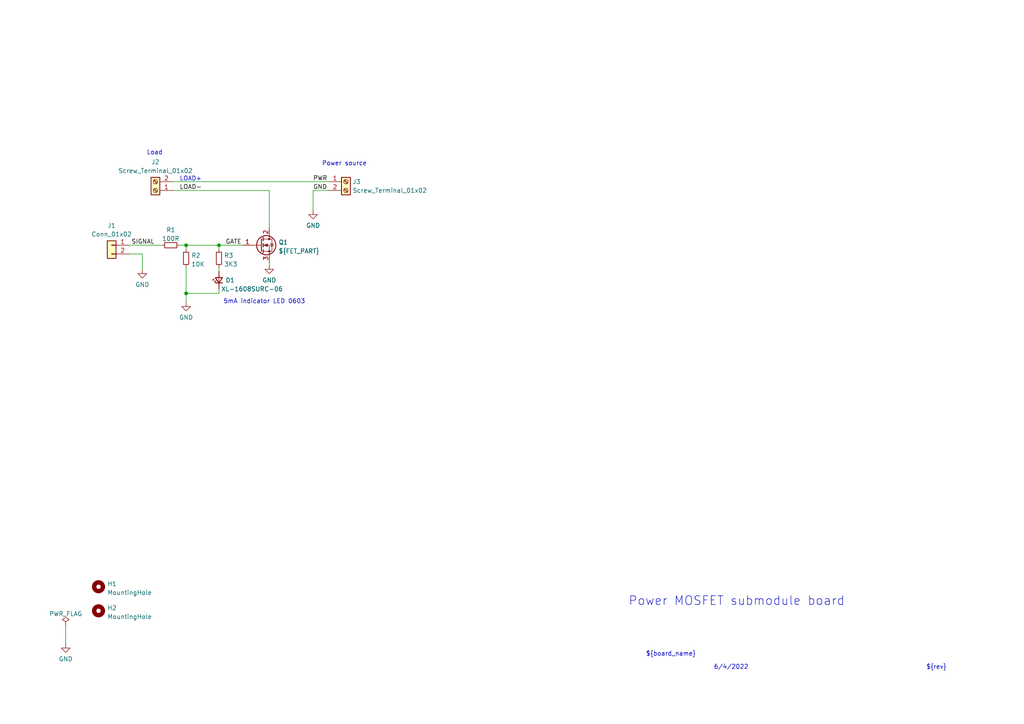
<source format=kicad_sch>
(kicad_sch (version 20211123) (generator eeschema)

  (uuid f2bd9571-944e-4c65-a43a-b6fc1dfb52f6)

  (paper "A4")

  (lib_symbols
    (symbol "Connector:Screw_Terminal_01x02" (pin_names (offset 1.016) hide) (in_bom yes) (on_board yes)
      (property "Reference" "J" (id 0) (at 0 2.54 0)
        (effects (font (size 1.27 1.27)))
      )
      (property "Value" "Screw_Terminal_01x02" (id 1) (at 0 -5.08 0)
        (effects (font (size 1.27 1.27)))
      )
      (property "Footprint" "" (id 2) (at 0 0 0)
        (effects (font (size 1.27 1.27)) hide)
      )
      (property "Datasheet" "~" (id 3) (at 0 0 0)
        (effects (font (size 1.27 1.27)) hide)
      )
      (property "ki_keywords" "screw terminal" (id 4) (at 0 0 0)
        (effects (font (size 1.27 1.27)) hide)
      )
      (property "ki_description" "Generic screw terminal, single row, 01x02, script generated (kicad-library-utils/schlib/autogen/connector/)" (id 5) (at 0 0 0)
        (effects (font (size 1.27 1.27)) hide)
      )
      (property "ki_fp_filters" "TerminalBlock*:*" (id 6) (at 0 0 0)
        (effects (font (size 1.27 1.27)) hide)
      )
      (symbol "Screw_Terminal_01x02_1_1"
        (rectangle (start -1.27 1.27) (end 1.27 -3.81)
          (stroke (width 0.254) (type default) (color 0 0 0 0))
          (fill (type background))
        )
        (circle (center 0 -2.54) (radius 0.635)
          (stroke (width 0.1524) (type default) (color 0 0 0 0))
          (fill (type none))
        )
        (polyline
          (pts
            (xy -0.5334 -2.2098)
            (xy 0.3302 -3.048)
          )
          (stroke (width 0.1524) (type default) (color 0 0 0 0))
          (fill (type none))
        )
        (polyline
          (pts
            (xy -0.5334 0.3302)
            (xy 0.3302 -0.508)
          )
          (stroke (width 0.1524) (type default) (color 0 0 0 0))
          (fill (type none))
        )
        (polyline
          (pts
            (xy -0.3556 -2.032)
            (xy 0.508 -2.8702)
          )
          (stroke (width 0.1524) (type default) (color 0 0 0 0))
          (fill (type none))
        )
        (polyline
          (pts
            (xy -0.3556 0.508)
            (xy 0.508 -0.3302)
          )
          (stroke (width 0.1524) (type default) (color 0 0 0 0))
          (fill (type none))
        )
        (circle (center 0 0) (radius 0.635)
          (stroke (width 0.1524) (type default) (color 0 0 0 0))
          (fill (type none))
        )
        (pin passive line (at -5.08 0 0) (length 3.81)
          (name "Pin_1" (effects (font (size 1.27 1.27))))
          (number "1" (effects (font (size 1.27 1.27))))
        )
        (pin passive line (at -5.08 -2.54 0) (length 3.81)
          (name "Pin_2" (effects (font (size 1.27 1.27))))
          (number "2" (effects (font (size 1.27 1.27))))
        )
      )
    )
    (symbol "Connector_Generic:Conn_01x02" (pin_names (offset 1.016) hide) (in_bom yes) (on_board yes)
      (property "Reference" "J" (id 0) (at 0 2.54 0)
        (effects (font (size 1.27 1.27)))
      )
      (property "Value" "Conn_01x02" (id 1) (at 0 -5.08 0)
        (effects (font (size 1.27 1.27)))
      )
      (property "Footprint" "" (id 2) (at 0 0 0)
        (effects (font (size 1.27 1.27)) hide)
      )
      (property "Datasheet" "~" (id 3) (at 0 0 0)
        (effects (font (size 1.27 1.27)) hide)
      )
      (property "ki_keywords" "connector" (id 4) (at 0 0 0)
        (effects (font (size 1.27 1.27)) hide)
      )
      (property "ki_description" "Generic connector, single row, 01x02, script generated (kicad-library-utils/schlib/autogen/connector/)" (id 5) (at 0 0 0)
        (effects (font (size 1.27 1.27)) hide)
      )
      (property "ki_fp_filters" "Connector*:*_1x??_*" (id 6) (at 0 0 0)
        (effects (font (size 1.27 1.27)) hide)
      )
      (symbol "Conn_01x02_1_1"
        (rectangle (start -1.27 -2.413) (end 0 -2.667)
          (stroke (width 0.1524) (type default) (color 0 0 0 0))
          (fill (type none))
        )
        (rectangle (start -1.27 0.127) (end 0 -0.127)
          (stroke (width 0.1524) (type default) (color 0 0 0 0))
          (fill (type none))
        )
        (rectangle (start -1.27 1.27) (end 1.27 -3.81)
          (stroke (width 0.254) (type default) (color 0 0 0 0))
          (fill (type background))
        )
        (pin passive line (at -5.08 0 0) (length 3.81)
          (name "Pin_1" (effects (font (size 1.27 1.27))))
          (number "1" (effects (font (size 1.27 1.27))))
        )
        (pin passive line (at -5.08 -2.54 0) (length 3.81)
          (name "Pin_2" (effects (font (size 1.27 1.27))))
          (number "2" (effects (font (size 1.27 1.27))))
        )
      )
    )
    (symbol "Device:LED_Small" (pin_numbers hide) (pin_names (offset 0.254) hide) (in_bom yes) (on_board yes)
      (property "Reference" "D" (id 0) (at -1.27 3.175 0)
        (effects (font (size 1.27 1.27)) (justify left))
      )
      (property "Value" "LED_Small" (id 1) (at -4.445 -2.54 0)
        (effects (font (size 1.27 1.27)) (justify left))
      )
      (property "Footprint" "" (id 2) (at 0 0 90)
        (effects (font (size 1.27 1.27)) hide)
      )
      (property "Datasheet" "~" (id 3) (at 0 0 90)
        (effects (font (size 1.27 1.27)) hide)
      )
      (property "ki_keywords" "LED diode light-emitting-diode" (id 4) (at 0 0 0)
        (effects (font (size 1.27 1.27)) hide)
      )
      (property "ki_description" "Light emitting diode, small symbol" (id 5) (at 0 0 0)
        (effects (font (size 1.27 1.27)) hide)
      )
      (property "ki_fp_filters" "LED* LED_SMD:* LED_THT:*" (id 6) (at 0 0 0)
        (effects (font (size 1.27 1.27)) hide)
      )
      (symbol "LED_Small_0_1"
        (polyline
          (pts
            (xy -0.762 -1.016)
            (xy -0.762 1.016)
          )
          (stroke (width 0.254) (type default) (color 0 0 0 0))
          (fill (type none))
        )
        (polyline
          (pts
            (xy 1.016 0)
            (xy -0.762 0)
          )
          (stroke (width 0) (type default) (color 0 0 0 0))
          (fill (type none))
        )
        (polyline
          (pts
            (xy 0.762 -1.016)
            (xy -0.762 0)
            (xy 0.762 1.016)
            (xy 0.762 -1.016)
          )
          (stroke (width 0.254) (type default) (color 0 0 0 0))
          (fill (type none))
        )
        (polyline
          (pts
            (xy 0 0.762)
            (xy -0.508 1.27)
            (xy -0.254 1.27)
            (xy -0.508 1.27)
            (xy -0.508 1.016)
          )
          (stroke (width 0) (type default) (color 0 0 0 0))
          (fill (type none))
        )
        (polyline
          (pts
            (xy 0.508 1.27)
            (xy 0 1.778)
            (xy 0.254 1.778)
            (xy 0 1.778)
            (xy 0 1.524)
          )
          (stroke (width 0) (type default) (color 0 0 0 0))
          (fill (type none))
        )
      )
      (symbol "LED_Small_1_1"
        (pin passive line (at -2.54 0 0) (length 1.778)
          (name "K" (effects (font (size 1.27 1.27))))
          (number "1" (effects (font (size 1.27 1.27))))
        )
        (pin passive line (at 2.54 0 180) (length 1.778)
          (name "A" (effects (font (size 1.27 1.27))))
          (number "2" (effects (font (size 1.27 1.27))))
        )
      )
    )
    (symbol "Device:Q_NMOS_GDS" (pin_names (offset 0) hide) (in_bom yes) (on_board yes)
      (property "Reference" "Q" (id 0) (at 5.08 1.27 0)
        (effects (font (size 1.27 1.27)) (justify left))
      )
      (property "Value" "Q_NMOS_GDS" (id 1) (at 5.08 -1.27 0)
        (effects (font (size 1.27 1.27)) (justify left))
      )
      (property "Footprint" "" (id 2) (at 5.08 2.54 0)
        (effects (font (size 1.27 1.27)) hide)
      )
      (property "Datasheet" "~" (id 3) (at 0 0 0)
        (effects (font (size 1.27 1.27)) hide)
      )
      (property "ki_keywords" "transistor NMOS N-MOS N-MOSFET" (id 4) (at 0 0 0)
        (effects (font (size 1.27 1.27)) hide)
      )
      (property "ki_description" "N-MOSFET transistor, gate/drain/source" (id 5) (at 0 0 0)
        (effects (font (size 1.27 1.27)) hide)
      )
      (symbol "Q_NMOS_GDS_0_1"
        (polyline
          (pts
            (xy 0.254 0)
            (xy -2.54 0)
          )
          (stroke (width 0) (type default) (color 0 0 0 0))
          (fill (type none))
        )
        (polyline
          (pts
            (xy 0.254 1.905)
            (xy 0.254 -1.905)
          )
          (stroke (width 0.254) (type default) (color 0 0 0 0))
          (fill (type none))
        )
        (polyline
          (pts
            (xy 0.762 -1.27)
            (xy 0.762 -2.286)
          )
          (stroke (width 0.254) (type default) (color 0 0 0 0))
          (fill (type none))
        )
        (polyline
          (pts
            (xy 0.762 0.508)
            (xy 0.762 -0.508)
          )
          (stroke (width 0.254) (type default) (color 0 0 0 0))
          (fill (type none))
        )
        (polyline
          (pts
            (xy 0.762 2.286)
            (xy 0.762 1.27)
          )
          (stroke (width 0.254) (type default) (color 0 0 0 0))
          (fill (type none))
        )
        (polyline
          (pts
            (xy 2.54 2.54)
            (xy 2.54 1.778)
          )
          (stroke (width 0) (type default) (color 0 0 0 0))
          (fill (type none))
        )
        (polyline
          (pts
            (xy 2.54 -2.54)
            (xy 2.54 0)
            (xy 0.762 0)
          )
          (stroke (width 0) (type default) (color 0 0 0 0))
          (fill (type none))
        )
        (polyline
          (pts
            (xy 0.762 -1.778)
            (xy 3.302 -1.778)
            (xy 3.302 1.778)
            (xy 0.762 1.778)
          )
          (stroke (width 0) (type default) (color 0 0 0 0))
          (fill (type none))
        )
        (polyline
          (pts
            (xy 1.016 0)
            (xy 2.032 0.381)
            (xy 2.032 -0.381)
            (xy 1.016 0)
          )
          (stroke (width 0) (type default) (color 0 0 0 0))
          (fill (type outline))
        )
        (polyline
          (pts
            (xy 2.794 0.508)
            (xy 2.921 0.381)
            (xy 3.683 0.381)
            (xy 3.81 0.254)
          )
          (stroke (width 0) (type default) (color 0 0 0 0))
          (fill (type none))
        )
        (polyline
          (pts
            (xy 3.302 0.381)
            (xy 2.921 -0.254)
            (xy 3.683 -0.254)
            (xy 3.302 0.381)
          )
          (stroke (width 0) (type default) (color 0 0 0 0))
          (fill (type none))
        )
        (circle (center 1.651 0) (radius 2.794)
          (stroke (width 0.254) (type default) (color 0 0 0 0))
          (fill (type none))
        )
        (circle (center 2.54 -1.778) (radius 0.254)
          (stroke (width 0) (type default) (color 0 0 0 0))
          (fill (type outline))
        )
        (circle (center 2.54 1.778) (radius 0.254)
          (stroke (width 0) (type default) (color 0 0 0 0))
          (fill (type outline))
        )
      )
      (symbol "Q_NMOS_GDS_1_1"
        (pin input line (at -5.08 0 0) (length 2.54)
          (name "G" (effects (font (size 1.27 1.27))))
          (number "1" (effects (font (size 1.27 1.27))))
        )
        (pin passive line (at 2.54 5.08 270) (length 2.54)
          (name "D" (effects (font (size 1.27 1.27))))
          (number "2" (effects (font (size 1.27 1.27))))
        )
        (pin passive line (at 2.54 -5.08 90) (length 2.54)
          (name "S" (effects (font (size 1.27 1.27))))
          (number "3" (effects (font (size 1.27 1.27))))
        )
      )
    )
    (symbol "Device:R_Small" (pin_numbers hide) (pin_names (offset 0.254) hide) (in_bom yes) (on_board yes)
      (property "Reference" "R" (id 0) (at 0.762 0.508 0)
        (effects (font (size 1.27 1.27)) (justify left))
      )
      (property "Value" "R_Small" (id 1) (at 0.762 -1.016 0)
        (effects (font (size 1.27 1.27)) (justify left))
      )
      (property "Footprint" "" (id 2) (at 0 0 0)
        (effects (font (size 1.27 1.27)) hide)
      )
      (property "Datasheet" "~" (id 3) (at 0 0 0)
        (effects (font (size 1.27 1.27)) hide)
      )
      (property "ki_keywords" "R resistor" (id 4) (at 0 0 0)
        (effects (font (size 1.27 1.27)) hide)
      )
      (property "ki_description" "Resistor, small symbol" (id 5) (at 0 0 0)
        (effects (font (size 1.27 1.27)) hide)
      )
      (property "ki_fp_filters" "R_*" (id 6) (at 0 0 0)
        (effects (font (size 1.27 1.27)) hide)
      )
      (symbol "R_Small_0_1"
        (rectangle (start -0.762 1.778) (end 0.762 -1.778)
          (stroke (width 0.2032) (type default) (color 0 0 0 0))
          (fill (type none))
        )
      )
      (symbol "R_Small_1_1"
        (pin passive line (at 0 2.54 270) (length 0.762)
          (name "~" (effects (font (size 1.27 1.27))))
          (number "1" (effects (font (size 1.27 1.27))))
        )
        (pin passive line (at 0 -2.54 90) (length 0.762)
          (name "~" (effects (font (size 1.27 1.27))))
          (number "2" (effects (font (size 1.27 1.27))))
        )
      )
    )
    (symbol "Mechanical:MountingHole" (pin_names (offset 1.016)) (in_bom yes) (on_board yes)
      (property "Reference" "H" (id 0) (at 0 5.08 0)
        (effects (font (size 1.27 1.27)))
      )
      (property "Value" "MountingHole" (id 1) (at 0 3.175 0)
        (effects (font (size 1.27 1.27)))
      )
      (property "Footprint" "" (id 2) (at 0 0 0)
        (effects (font (size 1.27 1.27)) hide)
      )
      (property "Datasheet" "~" (id 3) (at 0 0 0)
        (effects (font (size 1.27 1.27)) hide)
      )
      (property "ki_keywords" "mounting hole" (id 4) (at 0 0 0)
        (effects (font (size 1.27 1.27)) hide)
      )
      (property "ki_description" "Mounting Hole without connection" (id 5) (at 0 0 0)
        (effects (font (size 1.27 1.27)) hide)
      )
      (property "ki_fp_filters" "MountingHole*" (id 6) (at 0 0 0)
        (effects (font (size 1.27 1.27)) hide)
      )
      (symbol "MountingHole_0_1"
        (circle (center 0 0) (radius 1.27)
          (stroke (width 1.27) (type default) (color 0 0 0 0))
          (fill (type none))
        )
      )
    )
    (symbol "power:GND" (power) (pin_names (offset 0)) (in_bom yes) (on_board yes)
      (property "Reference" "#PWR" (id 0) (at 0 -6.35 0)
        (effects (font (size 1.27 1.27)) hide)
      )
      (property "Value" "GND" (id 1) (at 0 -3.81 0)
        (effects (font (size 1.27 1.27)))
      )
      (property "Footprint" "" (id 2) (at 0 0 0)
        (effects (font (size 1.27 1.27)) hide)
      )
      (property "Datasheet" "" (id 3) (at 0 0 0)
        (effects (font (size 1.27 1.27)) hide)
      )
      (property "ki_keywords" "power-flag" (id 4) (at 0 0 0)
        (effects (font (size 1.27 1.27)) hide)
      )
      (property "ki_description" "Power symbol creates a global label with name \"GND\" , ground" (id 5) (at 0 0 0)
        (effects (font (size 1.27 1.27)) hide)
      )
      (symbol "GND_0_1"
        (polyline
          (pts
            (xy 0 0)
            (xy 0 -1.27)
            (xy 1.27 -1.27)
            (xy 0 -2.54)
            (xy -1.27 -1.27)
            (xy 0 -1.27)
          )
          (stroke (width 0) (type default) (color 0 0 0 0))
          (fill (type none))
        )
      )
      (symbol "GND_1_1"
        (pin power_in line (at 0 0 270) (length 0) hide
          (name "GND" (effects (font (size 1.27 1.27))))
          (number "1" (effects (font (size 1.27 1.27))))
        )
      )
    )
    (symbol "power:PWR_FLAG" (power) (pin_numbers hide) (pin_names (offset 0) hide) (in_bom yes) (on_board yes)
      (property "Reference" "#FLG" (id 0) (at 0 1.905 0)
        (effects (font (size 1.27 1.27)) hide)
      )
      (property "Value" "PWR_FLAG" (id 1) (at 0 3.81 0)
        (effects (font (size 1.27 1.27)))
      )
      (property "Footprint" "" (id 2) (at 0 0 0)
        (effects (font (size 1.27 1.27)) hide)
      )
      (property "Datasheet" "~" (id 3) (at 0 0 0)
        (effects (font (size 1.27 1.27)) hide)
      )
      (property "ki_keywords" "power-flag" (id 4) (at 0 0 0)
        (effects (font (size 1.27 1.27)) hide)
      )
      (property "ki_description" "Special symbol for telling ERC where power comes from" (id 5) (at 0 0 0)
        (effects (font (size 1.27 1.27)) hide)
      )
      (symbol "PWR_FLAG_0_0"
        (pin power_out line (at 0 0 90) (length 0)
          (name "pwr" (effects (font (size 1.27 1.27))))
          (number "1" (effects (font (size 1.27 1.27))))
        )
      )
      (symbol "PWR_FLAG_0_1"
        (polyline
          (pts
            (xy 0 0)
            (xy 0 1.27)
            (xy -1.016 1.905)
            (xy 0 2.54)
            (xy 1.016 1.905)
            (xy 0 1.27)
          )
          (stroke (width 0) (type default) (color 0 0 0 0))
          (fill (type none))
        )
      )
    )
  )

  (junction (at 53.975 85.09) (diameter 0) (color 0 0 0 0)
    (uuid 18bf9593-f9b5-4d87-95f6-12644c7db33f)
  )
  (junction (at 53.975 71.12) (diameter 0) (color 0 0 0 0)
    (uuid 2e90d0a7-f381-42e7-8715-07ab61da888d)
  )
  (junction (at 63.5 71.12) (diameter 0) (color 0 0 0 0)
    (uuid e28c70f6-ab44-4cce-851d-ec36f50f216d)
  )

  (wire (pts (xy 53.975 77.47) (xy 53.975 85.09))
    (stroke (width 0) (type default) (color 0 0 0 0))
    (uuid 0317db9a-d034-4775-94bb-d6562a9bdfbf)
  )
  (wire (pts (xy 78.105 66.04) (xy 78.105 55.245))
    (stroke (width 0) (type default) (color 0 0 0 0))
    (uuid 0364d578-0b73-4ee7-8635-82c8d3236011)
  )
  (wire (pts (xy 78.105 76.2) (xy 78.105 76.835))
    (stroke (width 0) (type default) (color 0 0 0 0))
    (uuid 057dc31e-10ed-43b4-85c9-bb4ab856c702)
  )
  (wire (pts (xy 37.465 71.12) (xy 46.99 71.12))
    (stroke (width 0) (type default) (color 0 0 0 0))
    (uuid 06309c45-6c44-4c05-a7e4-0b73e6ade9d7)
  )
  (wire (pts (xy 90.805 55.245) (xy 90.805 60.96))
    (stroke (width 0) (type default) (color 0 0 0 0))
    (uuid 17a6564e-f51d-48e8-93a8-9faf5b441227)
  )
  (wire (pts (xy 41.275 73.66) (xy 41.275 78.105))
    (stroke (width 0) (type default) (color 0 0 0 0))
    (uuid 1aa88493-66ad-402c-8880-b456f53028a1)
  )
  (wire (pts (xy 63.5 83.82) (xy 63.5 85.09))
    (stroke (width 0) (type default) (color 0 0 0 0))
    (uuid 23cdb0b0-7a81-445b-ac52-5ab32104daec)
  )
  (wire (pts (xy 53.975 71.12) (xy 63.5 71.12))
    (stroke (width 0) (type default) (color 0 0 0 0))
    (uuid 34e70a82-c9c4-41d2-af46-b0fbd3f280fb)
  )
  (wire (pts (xy 63.5 71.12) (xy 63.5 72.39))
    (stroke (width 0) (type default) (color 0 0 0 0))
    (uuid 3d6e5dd0-8224-42f9-8a99-04d8823e19e3)
  )
  (wire (pts (xy 63.5 85.09) (xy 53.975 85.09))
    (stroke (width 0) (type default) (color 0 0 0 0))
    (uuid 4f117a93-936e-4cca-be47-b7b6ac161b99)
  )
  (wire (pts (xy 63.5 71.12) (xy 70.485 71.12))
    (stroke (width 0) (type default) (color 0 0 0 0))
    (uuid 5031d829-ea09-4115-ae0c-4ea6bf22bfc5)
  )
  (wire (pts (xy 50.165 52.705) (xy 95.25 52.705))
    (stroke (width 0) (type default) (color 0 0 0 0))
    (uuid 6136ec58-e859-4752-9dee-243edd0725bb)
  )
  (wire (pts (xy 19.05 181.61) (xy 19.05 186.69))
    (stroke (width 0) (type default) (color 0 0 0 0))
    (uuid 62b8a405-01fe-45ba-b757-07f40522a844)
  )
  (wire (pts (xy 53.975 85.09) (xy 53.975 87.63))
    (stroke (width 0) (type default) (color 0 0 0 0))
    (uuid 6809ee67-5972-49ba-adf7-38c44945e687)
  )
  (wire (pts (xy 63.5 77.47) (xy 63.5 78.74))
    (stroke (width 0) (type default) (color 0 0 0 0))
    (uuid 6f873a24-9e03-410d-933a-150735ffbbc9)
  )
  (wire (pts (xy 95.25 55.245) (xy 90.805 55.245))
    (stroke (width 0) (type default) (color 0 0 0 0))
    (uuid a16c4ba0-09e2-48ac-93e0-d8560fe65564)
  )
  (wire (pts (xy 52.07 71.12) (xy 53.975 71.12))
    (stroke (width 0) (type default) (color 0 0 0 0))
    (uuid c311ea4e-725e-4b47-8f01-bc86988f3a6e)
  )
  (wire (pts (xy 37.465 73.66) (xy 41.275 73.66))
    (stroke (width 0) (type default) (color 0 0 0 0))
    (uuid c3a9fb24-1c91-4dd4-8994-6d5ab2d5b03d)
  )
  (wire (pts (xy 50.165 55.245) (xy 78.105 55.245))
    (stroke (width 0) (type default) (color 0 0 0 0))
    (uuid dd5f1370-dbf8-4711-8142-024afa923bd6)
  )
  (wire (pts (xy 53.975 72.39) (xy 53.975 71.12))
    (stroke (width 0) (type default) (color 0 0 0 0))
    (uuid e69d3679-5ba2-4734-bf5c-ec821222844b)
  )

  (text "Load" (at 42.545 45.085 0)
    (effects (font (size 1.27 1.27)) (justify left bottom))
    (uuid 16183579-57b3-467d-876f-a1776896bbdc)
  )
  (text "Power MOSFET submodule board" (at 182.245 175.895 0)
    (effects (font (size 2.54 2.54)) (justify left bottom))
    (uuid 334f3d16-f808-446b-b52c-ee3c9c842066)
  )
  (text "5mA indicator LED 0603" (at 64.77 88.265 0)
    (effects (font (size 1.27 1.27)) (justify left bottom))
    (uuid 63dd4997-5c49-487a-9b76-e92bf6377e7e)
  )
  (text "${rev}" (at 268.605 194.31 0)
    (effects (font (size 1.27 1.27)) (justify left bottom))
    (uuid 720a4891-24d3-4b7c-9ff7-d5a80aae7bb2)
  )
  (text "LOAD+" (at 52.07 52.705 0)
    (effects (font (size 1.27 1.27)) (justify left bottom))
    (uuid 9c147d14-45f4-47d0-b6dc-0e2c5e665be6)
  )
  (text "${board_name}" (at 187.325 190.5 0)
    (effects (font (size 1.27 1.27)) (justify left bottom))
    (uuid 9e70c972-4c9b-47bf-b46e-06aae509ab41)
  )
  (text "6/4/2022" (at 207.01 194.31 0)
    (effects (font (size 1.27 1.27)) (justify left bottom))
    (uuid b93ce8ff-8ecf-46ea-b148-0aa67edab794)
  )
  (text "Power source\n" (at 93.345 48.26 0)
    (effects (font (size 1.27 1.27)) (justify left bottom))
    (uuid e80fbf83-c00f-4b83-9068-a23438880a95)
  )

  (label "LOAD-" (at 52.07 55.245 0)
    (effects (font (size 1.27 1.27)) (justify left bottom))
    (uuid 13f6d338-48b5-4231-a4e6-aaaaa2e3160f)
  )
  (label "PWR" (at 90.7794 52.705 0)
    (effects (font (size 1.27 1.27)) (justify left bottom))
    (uuid 74c36d77-0c1e-4a99-adef-f2c51bfaa977)
  )
  (label "SIGNAL" (at 38.1 71.12 0)
    (effects (font (size 1.27 1.27)) (justify left bottom))
    (uuid 7bd17975-e586-4273-8e20-133a51c178a2)
  )
  (label "GATE" (at 65.405 71.12 0)
    (effects (font (size 1.27 1.27)) (justify left bottom))
    (uuid babe77c8-0c5d-4808-b088-c0ea3b809234)
  )
  (label "GND" (at 90.805 55.245 0)
    (effects (font (size 1.27 1.27)) (justify left bottom))
    (uuid d92284e0-d1d2-46fd-822e-52d02929125e)
  )

  (symbol (lib_id "power:GND") (at 90.805 60.96 0) (unit 1)
    (in_bom yes) (on_board yes) (fields_autoplaced)
    (uuid 0e07c002-4c40-4e5d-b65f-d8828d7b464a)
    (property "Reference" "#PWR04" (id 0) (at 90.805 67.31 0)
      (effects (font (size 1.27 1.27)) hide)
    )
    (property "Value" "GND" (id 1) (at 90.805 65.4034 0))
    (property "Footprint" "" (id 2) (at 90.805 60.96 0)
      (effects (font (size 1.27 1.27)) hide)
    )
    (property "Datasheet" "" (id 3) (at 90.805 60.96 0)
      (effects (font (size 1.27 1.27)) hide)
    )
    (pin "1" (uuid a7e99cfa-db2a-4cd7-bb66-7a5d2d73790f))
  )

  (symbol (lib_id "Connector_Generic:Conn_01x02") (at 32.385 71.12 0) (mirror y) (unit 1)
    (in_bom yes) (on_board yes)
    (uuid 3c9a31a4-79b8-4615-ae6e-d96e2ad7fa41)
    (property "Reference" "J1" (id 0) (at 32.385 65.405 0))
    (property "Value" "Conn_01x02" (id 1) (at 32.385 67.9419 0))
    (property "Footprint" "Connector_PinHeader_2.54mm:PinHeader_1x02_P2.54mm_Vertical" (id 2) (at 32.385 71.12 0)
      (effects (font (size 1.27 1.27)) hide)
    )
    (property "Datasheet" "~" (id 3) (at 32.385 71.12 0)
      (effects (font (size 1.27 1.27)) hide)
    )
    (property "MPN" "5-146858-1" (id 4) (at 32.385 71.12 0)
      (effects (font (size 1.27 1.27)) hide)
    )
    (property "SPN" "A105469CT-ND" (id 5) (at 32.385 71.12 0)
      (effects (font (size 1.27 1.27)) hide)
    )
    (property "MANUFACTURER" "TE Connectivity AMP Connectors" (id 6) (at 32.385 71.12 0)
      (effects (font (size 1.27 1.27)) hide)
    )
    (property "Comment" "0.1\" gold male header pins" (id 7) (at 32.385 71.12 0)
      (effects (font (size 1.27 1.27)) hide)
    )
    (pin "1" (uuid 08173696-ea5c-406f-9254-030aa029f9c8))
    (pin "2" (uuid 3f24d416-36a5-4807-b4ce-5d1af8440813))
  )

  (symbol (lib_id "Connector:Screw_Terminal_01x02") (at 45.085 55.245 180) (unit 1)
    (in_bom yes) (on_board yes)
    (uuid 3d246ad1-9ff9-425e-8027-52b5dc636b58)
    (property "Reference" "J2" (id 0) (at 45.085 46.99 0))
    (property "Value" "Screw_Terminal_01x02" (id 1) (at 45.085 49.53 0))
    (property "Footprint" "Aaron_Phoenix_Parts:Phoenix_1x02_1711725" (id 2) (at 45.085 55.245 0)
      (effects (font (size 1.27 1.27)) hide)
    )
    (property "Datasheet" "https://media.digikey.com/pdf/Data%20Sheets/Phoenix%20Contact%20PDFs/1711725.pdf" (id 3) (at 45.085 55.245 0)
      (effects (font (size 1.27 1.27)) hide)
    )
    (property "MPN" "1711725" (id 4) (at 45.085 55.245 0)
      (effects (font (size 1.27 1.27)) hide)
    )
    (property "SPN" "277-1027-ND" (id 5) (at 45.085 55.245 0)
      (effects (font (size 1.27 1.27)) hide)
    )
    (property "MANUFACTURER" "Phoenix Contact" (id 6) (at 45.085 55.245 0)
      (effects (font (size 1.27 1.27)) hide)
    )
    (property "JLCPCB_PN" "C89120" (id 7) (at 45.085 55.245 0)
      (effects (font (size 1.27 1.27)) hide)
    )
    (pin "1" (uuid b5de8b43-d032-4021-b9b2-cc510fdb22b2))
    (pin "2" (uuid 871065b7-61dd-48b3-9d43-f53cc4dfd140))
  )

  (symbol (lib_id "Mechanical:MountingHole") (at 28.575 170.18 0) (unit 1)
    (in_bom yes) (on_board yes) (fields_autoplaced)
    (uuid 3d7a132f-7cd2-496e-a673-32aabdb07c86)
    (property "Reference" "H1" (id 0) (at 31.115 169.3453 0)
      (effects (font (size 1.27 1.27)) (justify left))
    )
    (property "Value" "MountingHole" (id 1) (at 31.115 171.8822 0)
      (effects (font (size 1.27 1.27)) (justify left))
    )
    (property "Footprint" "Aaron_Pads:MountingHole_80mil" (id 2) (at 28.575 170.18 0)
      (effects (font (size 1.27 1.27)) hide)
    )
    (property "Datasheet" "~" (id 3) (at 28.575 170.18 0)
      (effects (font (size 1.27 1.27)) hide)
    )
  )

  (symbol (lib_id "Mechanical:MountingHole") (at 28.575 177.165 0) (unit 1)
    (in_bom yes) (on_board yes) (fields_autoplaced)
    (uuid 460705e0-3683-48bb-a7ac-58edb6d10cb6)
    (property "Reference" "H2" (id 0) (at 31.115 176.3303 0)
      (effects (font (size 1.27 1.27)) (justify left))
    )
    (property "Value" "MountingHole" (id 1) (at 31.115 178.8672 0)
      (effects (font (size 1.27 1.27)) (justify left))
    )
    (property "Footprint" "Aaron_Pads:MountingHole_80mil" (id 2) (at 28.575 177.165 0)
      (effects (font (size 1.27 1.27)) hide)
    )
    (property "Datasheet" "~" (id 3) (at 28.575 177.165 0)
      (effects (font (size 1.27 1.27)) hide)
    )
  )

  (symbol (lib_id "Device:R_Small") (at 53.975 74.93 180) (unit 1)
    (in_bom yes) (on_board yes) (fields_autoplaced)
    (uuid 4ac231d0-6add-4f2e-a874-6913a4e2ef3e)
    (property "Reference" "R2" (id 0) (at 55.4736 74.0953 0)
      (effects (font (size 1.27 1.27)) (justify right))
    )
    (property "Value" "10K" (id 1) (at 55.4736 76.6322 0)
      (effects (font (size 1.27 1.27)) (justify right))
    )
    (property "Footprint" "Resistor_SMD:R_0603_1608Metric" (id 2) (at 53.975 74.93 0)
      (effects (font (size 1.27 1.27)) hide)
    )
    (property "Datasheet" "" (id 3) (at 53.975 74.93 0)
      (effects (font (size 1.27 1.27)) hide)
    )
    (property "MPN" "0603WAF510KT5E" (id 4) (at 53.975 74.93 0)
      (effects (font (size 1.27 1.27)) hide)
    )
    (property "Comment" "10K 1% 1/10W " (id 5) (at 53.975 74.93 0)
      (effects (font (size 1.27 1.27)) hide)
    )
    (property "MANUFACTURER" "UNI-ROYAL" (id 6) (at 53.975 74.93 0)
      (effects (font (size 1.27 1.27)) hide)
    )
    (property "SPN" "" (id 7) (at 53.975 74.93 0)
      (effects (font (size 1.27 1.27)) hide)
    )
    (property "JLCPCB_PN" "C25197" (id 8) (at 53.975 74.93 0)
      (effects (font (size 1.27 1.27)) hide)
    )
    (pin "1" (uuid c99112b1-a142-40ad-99ec-e9f27ba861f9))
    (pin "2" (uuid 08af532c-2c35-4e4c-ab50-8ac6eb578d8c))
  )

  (symbol (lib_id "Device:R_Small") (at 49.53 71.12 90) (unit 1)
    (in_bom yes) (on_board yes) (fields_autoplaced)
    (uuid 4f9a7dcd-09c6-4cf4-b2b6-e1755ff6eba5)
    (property "Reference" "R1" (id 0) (at 49.53 66.6836 90))
    (property "Value" "100R" (id 1) (at 49.53 69.2205 90))
    (property "Footprint" "Resistor_SMD:R_0603_1608Metric" (id 2) (at 49.53 71.12 0)
      (effects (font (size 1.27 1.27)) hide)
    )
    (property "Datasheet" "" (id 3) (at 49.53 71.12 0)
      (effects (font (size 1.27 1.27)) hide)
    )
    (property "MPN" "RC0603FR-07100RL" (id 4) (at 49.53 71.12 90)
      (effects (font (size 1.27 1.27)) hide)
    )
    (property "Comment" "100R 1% 1/10W" (id 5) (at 49.53 71.12 0)
      (effects (font (size 1.27 1.27)) hide)
    )
    (property "MANUFACTURER" "YAEGO" (id 6) (at 49.53 71.12 0)
      (effects (font (size 1.27 1.27)) hide)
    )
    (property "SPN" "" (id 7) (at 49.53 71.12 0)
      (effects (font (size 1.27 1.27)) hide)
    )
    (property "JLCPCB_PN" "C105588" (id 8) (at 49.53 71.12 0)
      (effects (font (size 1.27 1.27)) hide)
    )
    (pin "1" (uuid 3c3fdc7f-42eb-4254-b32b-01e3a19ed59e))
    (pin "2" (uuid 7e2649c0-a44a-45eb-a41c-e480a30cf0b2))
  )

  (symbol (lib_id "power:PWR_FLAG") (at 19.05 181.61 0) (unit 1)
    (in_bom yes) (on_board yes) (fields_autoplaced)
    (uuid 4fa9e6cf-7dee-47bf-b015-77c1b7829707)
    (property "Reference" "#FLG0101" (id 0) (at 19.05 179.705 0)
      (effects (font (size 1.27 1.27)) hide)
    )
    (property "Value" "PWR_FLAG" (id 1) (at 19.05 178.0342 0))
    (property "Footprint" "" (id 2) (at 19.05 181.61 0)
      (effects (font (size 1.27 1.27)) hide)
    )
    (property "Datasheet" "~" (id 3) (at 19.05 181.61 0)
      (effects (font (size 1.27 1.27)) hide)
    )
    (pin "1" (uuid 8bd0a2e3-27ed-4e7e-bcd3-cf9c0cdc46ea))
  )

  (symbol (lib_id "Device:R_Small") (at 63.5 74.93 180) (unit 1)
    (in_bom yes) (on_board yes) (fields_autoplaced)
    (uuid 520caacc-bc4c-4e38-be1d-ea049384007b)
    (property "Reference" "R3" (id 0) (at 64.9986 74.0953 0)
      (effects (font (size 1.27 1.27)) (justify right))
    )
    (property "Value" "3K3" (id 1) (at 64.9986 76.6322 0)
      (effects (font (size 1.27 1.27)) (justify right))
    )
    (property "Footprint" "Resistor_SMD:R_0603_1608Metric" (id 2) (at 63.5 74.93 0)
      (effects (font (size 1.27 1.27)) hide)
    )
    (property "Datasheet" "" (id 3) (at 63.5 74.93 0)
      (effects (font (size 1.27 1.27)) hide)
    )
    (property "MPN" "RC0603FR-073K3L" (id 4) (at 63.5 74.93 0)
      (effects (font (size 1.27 1.27)) hide)
    )
    (property "Comment" "3K3 1% 1/10W " (id 5) (at 63.5 74.93 0)
      (effects (font (size 1.27 1.27)) hide)
    )
    (property "MANUFACTURER" "YAEGO" (id 6) (at 63.5 74.93 0)
      (effects (font (size 1.27 1.27)) hide)
    )
    (property "SPN" "" (id 7) (at 63.5 74.93 0)
      (effects (font (size 1.27 1.27)) hide)
    )
    (property "JLCPCB_PN" "C108078" (id 8) (at 63.5 74.93 0)
      (effects (font (size 1.27 1.27)) hide)
    )
    (pin "1" (uuid 70a0e390-2279-4887-8daf-98a7f77ed5c9))
    (pin "2" (uuid faef9d36-0a39-467c-a919-325e42a21e19))
  )

  (symbol (lib_id "Connector:Screw_Terminal_01x02") (at 100.33 52.705 0) (unit 1)
    (in_bom yes) (on_board yes)
    (uuid 69ce6847-f332-4e49-9d4f-3a04c60cbb24)
    (property "Reference" "J3" (id 0) (at 102.235 52.7081 0)
      (effects (font (size 1.27 1.27)) (justify left))
    )
    (property "Value" "Screw_Terminal_01x02" (id 1) (at 102.235 55.245 0)
      (effects (font (size 1.27 1.27)) (justify left))
    )
    (property "Footprint" "Aaron_Phoenix_Parts:Phoenix_1x02_1711725" (id 2) (at 100.33 52.705 0)
      (effects (font (size 1.27 1.27)) hide)
    )
    (property "Datasheet" "https://media.digikey.com/pdf/Data%20Sheets/Phoenix%20Contact%20PDFs/1711725.pdf" (id 3) (at 100.33 52.705 0)
      (effects (font (size 1.27 1.27)) hide)
    )
    (property "MANUFACTURER" "Phoenix Contact" (id 4) (at 100.33 52.705 0)
      (effects (font (size 1.27 1.27)) hide)
    )
    (property "MPN" "1711725" (id 5) (at 100.33 52.705 0)
      (effects (font (size 1.27 1.27)) hide)
    )
    (property "SPN" "277-1027-ND" (id 6) (at 100.33 52.705 0)
      (effects (font (size 1.27 1.27)) hide)
    )
    (property "JLCPCB_PN" "C89120" (id 7) (at 100.33 52.705 0)
      (effects (font (size 1.27 1.27)) hide)
    )
    (pin "1" (uuid 8141f42c-27dd-44a8-a399-9a47000bd349))
    (pin "2" (uuid 4a8ea91c-6644-4dcb-9f2b-6f7059a6fea6))
  )

  (symbol (lib_id "power:GND") (at 78.105 76.835 0) (unit 1)
    (in_bom yes) (on_board yes) (fields_autoplaced)
    (uuid 9429ef2f-c845-48d5-bbaf-e7eafffb5ff9)
    (property "Reference" "#PWR03" (id 0) (at 78.105 83.185 0)
      (effects (font (size 1.27 1.27)) hide)
    )
    (property "Value" "GND" (id 1) (at 78.105 81.2784 0))
    (property "Footprint" "" (id 2) (at 78.105 76.835 0)
      (effects (font (size 1.27 1.27)) hide)
    )
    (property "Datasheet" "" (id 3) (at 78.105 76.835 0)
      (effects (font (size 1.27 1.27)) hide)
    )
    (pin "1" (uuid b7280622-e7ab-4f8a-bd34-1483154f2e24))
  )

  (symbol (lib_id "power:GND") (at 19.05 186.69 0) (unit 1)
    (in_bom yes) (on_board yes) (fields_autoplaced)
    (uuid aa3f40a9-ef5b-4139-81a7-650d45776fc5)
    (property "Reference" "#PWR0101" (id 0) (at 19.05 193.04 0)
      (effects (font (size 1.27 1.27)) hide)
    )
    (property "Value" "GND" (id 1) (at 19.05 191.1334 0))
    (property "Footprint" "" (id 2) (at 19.05 186.69 0)
      (effects (font (size 1.27 1.27)) hide)
    )
    (property "Datasheet" "" (id 3) (at 19.05 186.69 0)
      (effects (font (size 1.27 1.27)) hide)
    )
    (pin "1" (uuid cd264d5d-3186-44e0-87aa-7a6a17ff9e59))
  )

  (symbol (lib_id "Device:Q_NMOS_GDS") (at 75.565 71.12 0) (unit 1)
    (in_bom yes) (on_board yes) (fields_autoplaced)
    (uuid d82512e0-d2f8-4681-a35e-3e3f1ebc2751)
    (property "Reference" "Q1" (id 0) (at 80.772 70.2853 0)
      (effects (font (size 1.27 1.27)) (justify left))
    )
    (property "Value" "${FET_PART}" (id 1) (at 80.772 72.8222 0)
      (effects (font (size 1.27 1.27)) (justify left))
    )
    (property "Footprint" "Package_TO_SOT_THT:TO-220-3_Vertical" (id 2) (at 80.645 68.58 0)
      (effects (font (size 1.27 1.27)) hide)
    )
    (property "Datasheet" "https://www.infineon.com/dgdl/irlz34npbf.pdf?fileId=5546d462533600a40153567206892720" (id 3) (at 75.565 71.12 0)
      (effects (font (size 1.27 1.27)) hide)
    )
    (property "MPN" "IRLZ34NPbF" (id 4) (at 75.565 71.12 0)
      (effects (font (size 1.27 1.27)) hide)
    )
    (property "SPN" "IRLZ34NPBF-ND" (id 5) (at 75.565 71.12 0)
      (effects (font (size 1.27 1.27)) hide)
    )
    (property "MANUFACTURER" "Infineon" (id 6) (at 75.565 71.12 0)
      (effects (font (size 1.27 1.27)) hide)
    )
    (property "JLCPCB_PN" "C513144" (id 7) (at 75.565 71.12 0)
      (effects (font (size 1.27 1.27)) hide)
    )
    (pin "1" (uuid a043f9f8-afaf-4ba4-94ae-305fcb3bde1f))
    (pin "2" (uuid 90d78dfd-0ce5-4107-9053-a8cb75703157))
    (pin "3" (uuid b0e4da4c-60d1-4f9d-95af-58627f6cadb3))
  )

  (symbol (lib_id "power:GND") (at 41.275 78.105 0) (unit 1)
    (in_bom yes) (on_board yes) (fields_autoplaced)
    (uuid e0c9f446-0947-4aa7-a7d8-4fef4e84a4b3)
    (property "Reference" "#PWR01" (id 0) (at 41.275 84.455 0)
      (effects (font (size 1.27 1.27)) hide)
    )
    (property "Value" "GND" (id 1) (at 41.275 82.5484 0))
    (property "Footprint" "" (id 2) (at 41.275 78.105 0)
      (effects (font (size 1.27 1.27)) hide)
    )
    (property "Datasheet" "" (id 3) (at 41.275 78.105 0)
      (effects (font (size 1.27 1.27)) hide)
    )
    (pin "1" (uuid 98ce0a1e-8d3e-4230-8041-6cf5af974dd7))
  )

  (symbol (lib_id "Device:LED_Small") (at 63.5 81.28 90) (unit 1)
    (in_bom yes) (on_board yes)
    (uuid f73ac7b7-602b-4f80-b1b2-77470f9ee527)
    (property "Reference" "D1" (id 0) (at 65.405 81.28 90)
      (effects (font (size 1.27 1.27)) (justify right))
    )
    (property "Value" "XL-1608SURC-06" (id 1) (at 64.135 83.82 90)
      (effects (font (size 1.27 1.27)) (justify right))
    )
    (property "Footprint" "LED_SMD:LED_0603_1608Metric" (id 2) (at 63.5 81.28 90)
      (effects (font (size 1.27 1.27)) hide)
    )
    (property "Datasheet" "https://datasheet.lcsc.com/lcsc/2012301032_XINGLIGHT-XL-1608SURC-06_C965799.pdf" (id 3) (at 63.5 81.28 90)
      (effects (font (size 1.27 1.27)) hide)
    )
    (property "MPN" "XL-1608SURC-06" (id 4) (at 63.5 81.28 90)
      (effects (font (size 1.27 1.27)) hide)
    )
    (property "MANUFACTURER" "XINGLIGHT" (id 5) (at 63.5 81.28 90)
      (effects (font (size 1.27 1.27)) hide)
    )
    (property "JLCPCB_PN" "C965799" (id 6) (at 63.5 81.28 0)
      (effects (font (size 1.27 1.27)) hide)
    )
    (pin "1" (uuid b780fd99-ff13-4cdc-b389-aa3f87653eb1))
    (pin "2" (uuid b8db44ab-0aee-4ce6-884a-a302495c600f))
  )

  (symbol (lib_id "power:GND") (at 53.975 87.63 0) (unit 1)
    (in_bom yes) (on_board yes) (fields_autoplaced)
    (uuid fa12f5a2-e3e2-4084-8a37-771cc78fe1e6)
    (property "Reference" "#PWR02" (id 0) (at 53.975 93.98 0)
      (effects (font (size 1.27 1.27)) hide)
    )
    (property "Value" "GND" (id 1) (at 53.975 92.0734 0))
    (property "Footprint" "" (id 2) (at 53.975 87.63 0)
      (effects (font (size 1.27 1.27)) hide)
    )
    (property "Datasheet" "" (id 3) (at 53.975 87.63 0)
      (effects (font (size 1.27 1.27)) hide)
    )
    (pin "1" (uuid 80c1831a-f373-4846-ac77-293582bb91ce))
  )

  (sheet_instances
    (path "/" (page "1"))
  )

  (symbol_instances
    (path "/4fa9e6cf-7dee-47bf-b015-77c1b7829707"
      (reference "#FLG0101") (unit 1) (value "PWR_FLAG") (footprint "")
    )
    (path "/e0c9f446-0947-4aa7-a7d8-4fef4e84a4b3"
      (reference "#PWR01") (unit 1) (value "GND") (footprint "")
    )
    (path "/fa12f5a2-e3e2-4084-8a37-771cc78fe1e6"
      (reference "#PWR02") (unit 1) (value "GND") (footprint "")
    )
    (path "/9429ef2f-c845-48d5-bbaf-e7eafffb5ff9"
      (reference "#PWR03") (unit 1) (value "GND") (footprint "")
    )
    (path "/0e07c002-4c40-4e5d-b65f-d8828d7b464a"
      (reference "#PWR04") (unit 1) (value "GND") (footprint "")
    )
    (path "/aa3f40a9-ef5b-4139-81a7-650d45776fc5"
      (reference "#PWR0101") (unit 1) (value "GND") (footprint "")
    )
    (path "/f73ac7b7-602b-4f80-b1b2-77470f9ee527"
      (reference "D1") (unit 1) (value "XL-1608SURC-06") (footprint "LED_SMD:LED_0603_1608Metric")
    )
    (path "/3d7a132f-7cd2-496e-a673-32aabdb07c86"
      (reference "H1") (unit 1) (value "MountingHole") (footprint "Aaron_Pads:MountingHole_80mil")
    )
    (path "/460705e0-3683-48bb-a7ac-58edb6d10cb6"
      (reference "H2") (unit 1) (value "MountingHole") (footprint "Aaron_Pads:MountingHole_80mil")
    )
    (path "/3c9a31a4-79b8-4615-ae6e-d96e2ad7fa41"
      (reference "J1") (unit 1) (value "Conn_01x02") (footprint "Connector_PinHeader_2.54mm:PinHeader_1x02_P2.54mm_Vertical")
    )
    (path "/3d246ad1-9ff9-425e-8027-52b5dc636b58"
      (reference "J2") (unit 1) (value "Screw_Terminal_01x02") (footprint "Aaron_Phoenix_Parts:Phoenix_1x02_1711725")
    )
    (path "/69ce6847-f332-4e49-9d4f-3a04c60cbb24"
      (reference "J3") (unit 1) (value "Screw_Terminal_01x02") (footprint "Aaron_Phoenix_Parts:Phoenix_1x02_1711725")
    )
    (path "/d82512e0-d2f8-4681-a35e-3e3f1ebc2751"
      (reference "Q1") (unit 1) (value "${FET_PART}") (footprint "Package_TO_SOT_THT:TO-220-3_Vertical")
    )
    (path "/4f9a7dcd-09c6-4cf4-b2b6-e1755ff6eba5"
      (reference "R1") (unit 1) (value "100R") (footprint "Resistor_SMD:R_0603_1608Metric")
    )
    (path "/4ac231d0-6add-4f2e-a874-6913a4e2ef3e"
      (reference "R2") (unit 1) (value "10K") (footprint "Resistor_SMD:R_0603_1608Metric")
    )
    (path "/520caacc-bc4c-4e38-be1d-ea049384007b"
      (reference "R3") (unit 1) (value "3K3") (footprint "Resistor_SMD:R_0603_1608Metric")
    )
  )
)

</source>
